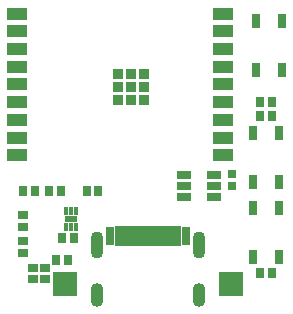
<source format=gts>
G04*
G04 #@! TF.GenerationSoftware,Altium Limited,Altium Designer,24.4.1 (13)*
G04*
G04 Layer_Color=8388736*
%FSLAX44Y44*%
%MOMM*%
G71*
G04*
G04 #@! TF.SameCoordinates,CC372D61-D2D5-4D84-A055-2445D59649BF*
G04*
G04*
G04 #@! TF.FilePolarity,Negative*
G04*
G01*
G75*
%ADD25R,0.8524X0.8524*%
%ADD26R,1.6524X1.0524*%
%ADD27R,1.2024X0.7024*%
%ADD28R,0.7524X0.7524*%
%ADD29R,0.8800X1.7800*%
%ADD30R,0.7400X1.6400*%
%ADD31R,0.5800X1.7800*%
%ADD32R,0.7524X0.8524*%
%ADD33R,0.8524X0.7524*%
%ADD34R,0.8024X1.2024*%
%ADD35R,2.1524X2.1524*%
%ADD36R,0.3524X0.7524*%
%ADD37R,1.1424X0.5024*%
%ADD38O,1.1000X2.3000*%
%ADD39O,1.1000X2.0000*%
D25*
X847000Y754000D02*
D03*
X836000D02*
D03*
X825000D02*
D03*
Y765000D02*
D03*
Y776000D02*
D03*
X836000D02*
D03*
X847000D02*
D03*
Y765000D02*
D03*
X836000D02*
D03*
D26*
X913900Y827000D02*
D03*
Y812000D02*
D03*
Y797000D02*
D03*
Y782000D02*
D03*
Y767000D02*
D03*
Y752000D02*
D03*
Y737000D02*
D03*
Y722000D02*
D03*
Y707000D02*
D03*
X738900D02*
D03*
Y722000D02*
D03*
Y737000D02*
D03*
Y752000D02*
D03*
Y767000D02*
D03*
Y782000D02*
D03*
Y797000D02*
D03*
Y812000D02*
D03*
Y827000D02*
D03*
D27*
X880500Y671500D02*
D03*
Y681000D02*
D03*
Y690500D02*
D03*
X905500D02*
D03*
Y681000D02*
D03*
Y671500D02*
D03*
D28*
X921000Y681000D02*
D03*
Y691000D02*
D03*
D29*
X826000Y638500D02*
D03*
X874000D02*
D03*
D30*
X818000D02*
D03*
X882000D02*
D03*
D31*
X832500D02*
D03*
X837500D02*
D03*
X842500D02*
D03*
X867500D02*
D03*
X862500D02*
D03*
X857500D02*
D03*
X852500D02*
D03*
X847500D02*
D03*
D32*
X766500Y676500D02*
D03*
X776500D02*
D03*
X772000Y618000D02*
D03*
X782000D02*
D03*
X945000Y740000D02*
D03*
X955000D02*
D03*
X945000Y752500D02*
D03*
X955000D02*
D03*
X744500Y676500D02*
D03*
X754500D02*
D03*
X955000Y607500D02*
D03*
X945000D02*
D03*
X808000Y677000D02*
D03*
X798000D02*
D03*
X777000Y637000D02*
D03*
X787000D02*
D03*
D33*
X744500Y646500D02*
D03*
Y656500D02*
D03*
Y634500D02*
D03*
Y624500D02*
D03*
X753000Y602000D02*
D03*
Y612000D02*
D03*
X763000Y602000D02*
D03*
Y612000D02*
D03*
D34*
X963250Y820750D02*
D03*
Y779250D02*
D03*
X941750Y820750D02*
D03*
Y779250D02*
D03*
X960750Y725750D02*
D03*
Y684250D02*
D03*
X939250Y725750D02*
D03*
Y684250D02*
D03*
Y621250D02*
D03*
Y662750D02*
D03*
X960750Y621250D02*
D03*
Y662750D02*
D03*
D35*
X920000Y598000D02*
D03*
X780000Y598000D02*
D03*
D36*
X789000Y659500D02*
D03*
X785000D02*
D03*
X781000D02*
D03*
Y646500D02*
D03*
X785000D02*
D03*
X789000D02*
D03*
D37*
X785000Y653000D02*
D03*
D38*
X806750Y631000D02*
D03*
X893250D02*
D03*
D39*
Y589000D02*
D03*
X806750D02*
D03*
M02*

</source>
